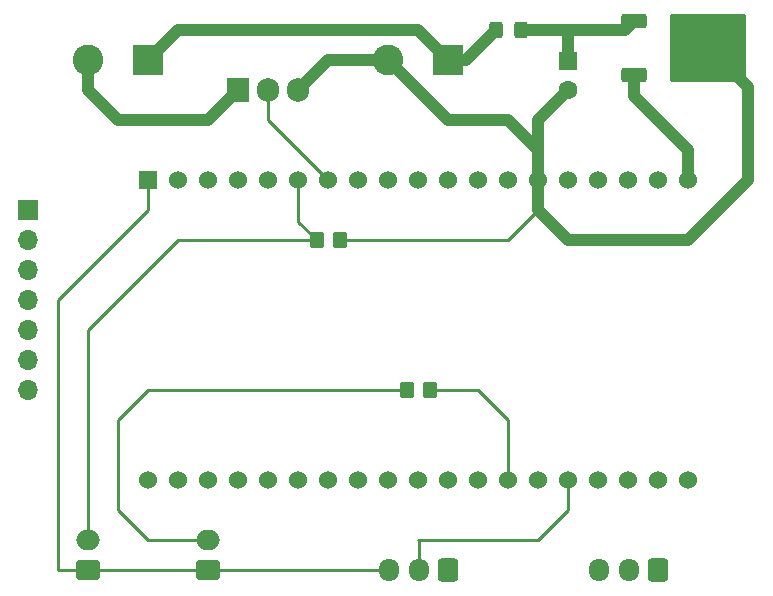
<source format=gbr>
%TF.GenerationSoftware,KiCad,Pcbnew,7.0.10*%
%TF.CreationDate,2024-04-14T18:32:16+10:00*%
%TF.ProjectId,IC Sprayer,49432053-7072-4617-9965-722e6b696361,rev?*%
%TF.SameCoordinates,Original*%
%TF.FileFunction,Copper,L1,Top*%
%TF.FilePolarity,Positive*%
%FSLAX46Y46*%
G04 Gerber Fmt 4.6, Leading zero omitted, Abs format (unit mm)*
G04 Created by KiCad (PCBNEW 7.0.10) date 2024-04-14 18:32:16*
%MOMM*%
%LPD*%
G01*
G04 APERTURE LIST*
G04 Aperture macros list*
%AMRoundRect*
0 Rectangle with rounded corners*
0 $1 Rounding radius*
0 $2 $3 $4 $5 $6 $7 $8 $9 X,Y pos of 4 corners*
0 Add a 4 corners polygon primitive as box body*
4,1,4,$2,$3,$4,$5,$6,$7,$8,$9,$2,$3,0*
0 Add four circle primitives for the rounded corners*
1,1,$1+$1,$2,$3*
1,1,$1+$1,$4,$5*
1,1,$1+$1,$6,$7*
1,1,$1+$1,$8,$9*
0 Add four rect primitives between the rounded corners*
20,1,$1+$1,$2,$3,$4,$5,0*
20,1,$1+$1,$4,$5,$6,$7,0*
20,1,$1+$1,$6,$7,$8,$9,0*
20,1,$1+$1,$8,$9,$2,$3,0*%
G04 Aperture macros list end*
%TA.AperFunction,ComponentPad*%
%ADD10RoundRect,0.250000X0.750000X-0.600000X0.750000X0.600000X-0.750000X0.600000X-0.750000X-0.600000X0*%
%TD*%
%TA.AperFunction,ComponentPad*%
%ADD11O,2.000000X1.700000*%
%TD*%
%TA.AperFunction,SMDPad,CuDef*%
%ADD12RoundRect,0.250000X-0.325000X-0.450000X0.325000X-0.450000X0.325000X0.450000X-0.325000X0.450000X0*%
%TD*%
%TA.AperFunction,SMDPad,CuDef*%
%ADD13RoundRect,0.250000X-0.350000X-0.450000X0.350000X-0.450000X0.350000X0.450000X-0.350000X0.450000X0*%
%TD*%
%TA.AperFunction,ComponentPad*%
%ADD14RoundRect,0.250000X0.600000X0.725000X-0.600000X0.725000X-0.600000X-0.725000X0.600000X-0.725000X0*%
%TD*%
%TA.AperFunction,ComponentPad*%
%ADD15O,1.700000X1.950000*%
%TD*%
%TA.AperFunction,ComponentPad*%
%ADD16R,1.600000X1.600000*%
%TD*%
%TA.AperFunction,ComponentPad*%
%ADD17C,1.600000*%
%TD*%
%TA.AperFunction,SMDPad,CuDef*%
%ADD18RoundRect,0.250000X-0.850000X-0.350000X0.850000X-0.350000X0.850000X0.350000X-0.850000X0.350000X0*%
%TD*%
%TA.AperFunction,SMDPad,CuDef*%
%ADD19RoundRect,0.250000X-1.275000X-1.125000X1.275000X-1.125000X1.275000X1.125000X-1.275000X1.125000X0*%
%TD*%
%TA.AperFunction,SMDPad,CuDef*%
%ADD20RoundRect,0.249997X-2.950003X-2.650003X2.950003X-2.650003X2.950003X2.650003X-2.950003X2.650003X0*%
%TD*%
%TA.AperFunction,ComponentPad*%
%ADD21R,2.600000X2.600000*%
%TD*%
%TA.AperFunction,ComponentPad*%
%ADD22C,2.600000*%
%TD*%
%TA.AperFunction,ComponentPad*%
%ADD23R,1.905000X2.000000*%
%TD*%
%TA.AperFunction,ComponentPad*%
%ADD24O,1.905000X2.000000*%
%TD*%
%TA.AperFunction,ComponentPad*%
%ADD25O,1.700000X1.700000*%
%TD*%
%TA.AperFunction,ComponentPad*%
%ADD26R,1.700000X1.700000*%
%TD*%
%TA.AperFunction,ComponentPad*%
%ADD27C,1.530000*%
%TD*%
%TA.AperFunction,ComponentPad*%
%ADD28R,1.530000X1.530000*%
%TD*%
%TA.AperFunction,Conductor*%
%ADD29C,0.250000*%
%TD*%
%TA.AperFunction,Conductor*%
%ADD30C,1.000000*%
%TD*%
%TA.AperFunction,Conductor*%
%ADD31C,0.000000*%
%TD*%
G04 APERTURE END LIST*
D10*
%TO.P,Temp_IN,1*%
%TO.N,N/C*%
X134620000Y-121880000D03*
D11*
%TO.P,Temp_IN,2*%
X134620000Y-119380000D03*
%TD*%
D12*
%TO.P,Diode,1*%
%TO.N,N/C*%
X169155000Y-76200000D03*
%TO.P,Diode,2*%
X171205000Y-76200000D03*
%TD*%
D13*
%TO.P,50K,1*%
%TO.N,N/C*%
X153940000Y-93980000D03*
%TO.P,50K,2*%
X155940000Y-93980000D03*
%TD*%
D14*
%TO.P,Pot_IN,1*%
%TO.N,N/C*%
X165100000Y-121920000D03*
D15*
%TO.P,Pot_IN,2*%
X162600000Y-121920000D03*
%TO.P,Pot_IN,3*%
X160100000Y-121920000D03*
%TD*%
D16*
%TO.P,REF\u002A\u002A,1*%
%TO.N,N/C*%
X175260000Y-78780000D03*
D17*
%TO.P,REF\u002A\u002A,2*%
X175260000Y-81280000D03*
%TD*%
D14*
%TO.P,RGB_OUT,1*%
%TO.N,N/C*%
X182880000Y-121920000D03*
D15*
%TO.P,RGB_OUT,2*%
X180380000Y-121920000D03*
%TO.P,RGB_OUT,3*%
X177880000Y-121920000D03*
%TD*%
D13*
%TO.P,10K,1*%
%TO.N,N/C*%
X161560000Y-106680000D03*
%TO.P,10K,2*%
X163560000Y-106680000D03*
%TD*%
D18*
%TO.P,5V Reg,1*%
%TO.N,N/C*%
X180795000Y-75445000D03*
D19*
%TO.P,5V Reg,2*%
X185420000Y-76200000D03*
X185420000Y-79250000D03*
D20*
X187095000Y-77725000D03*
D19*
X188770000Y-76200000D03*
X188770000Y-79250000D03*
D18*
%TO.P,5V Reg,3*%
X180795000Y-80005000D03*
%TD*%
D21*
%TO.P,Power_IN,+*%
%TO.N,N/C*%
X165100000Y-78740000D03*
D22*
%TO.P,Power_IN,-*%
X160020000Y-78740000D03*
%TD*%
D23*
%TO.P,Pump_Fet,1*%
%TO.N,N/C*%
X147320000Y-81280000D03*
D24*
%TO.P,Pump_Fet,2*%
X149860000Y-81280000D03*
%TO.P,Pump_Fet,3*%
X152400000Y-81280000D03*
%TD*%
D21*
%TO.P,Pump_Out,+*%
%TO.N,N/C*%
X139700000Y-78740000D03*
D22*
%TO.P,Pump_Out,-*%
X134620000Y-78740000D03*
%TD*%
D10*
%TO.P,Switch_IN,1*%
%TO.N,N/C*%
X144780000Y-121880000D03*
D11*
%TO.P,Switch_IN,2*%
X144780000Y-119380000D03*
%TD*%
D25*
%TO.P,Screen,3V3*%
%TO.N,N/C*%
X129540000Y-93980000D03*
%TO.P,Screen,CS*%
X129540000Y-106680000D03*
%TO.P,Screen,DC*%
X129540000Y-104140000D03*
D26*
%TO.P,Screen,GND*%
X129540000Y-91440000D03*
D25*
%TO.P,Screen,RES*%
X129540000Y-101600000D03*
%TO.P,Screen,SCLK*%
X129540000Y-96520000D03*
%TO.P,Screen,SDA*%
X129540000Y-99060000D03*
%TD*%
D27*
%TO.P,ESP32,0*%
%TO.N,N/C*%
X172720000Y-114300000D03*
%TO.P,ESP32,1*%
X147320000Y-114300000D03*
%TO.P,ESP32,2*%
X175260000Y-114300000D03*
%TO.P,ESP32,3*%
X149860000Y-114300000D03*
D28*
%TO.P,ESP32,3V3*%
X139700000Y-88900000D03*
D27*
%TO.P,ESP32,4*%
X170180000Y-114300000D03*
%TO.P,ESP32,5*%
X162560000Y-114300000D03*
%TO.P,ESP32,5V*%
X185420000Y-88900000D03*
%TO.P,ESP32,6*%
X185420000Y-114300000D03*
%TO.P,ESP32,7*%
X182880000Y-114300000D03*
%TO.P,ESP32,8*%
X180340000Y-114300000D03*
%TO.P,ESP32,9*%
X177800000Y-88900000D03*
%TO.P,ESP32,10*%
X180340000Y-88900000D03*
%TO.P,ESP32,11*%
X182880000Y-88900000D03*
%TO.P,ESP32,12*%
X170180000Y-88900000D03*
%TO.P,ESP32,13*%
X175260000Y-88900000D03*
%TO.P,ESP32,14*%
X167640000Y-88900000D03*
%TO.P,ESP32,15*%
X177800000Y-114300000D03*
%TO.P,ESP32,16*%
X167640000Y-114300000D03*
%TO.P,ESP32,17*%
X165100000Y-114300000D03*
%TO.P,ESP32,18*%
X160020000Y-114300000D03*
%TO.P,ESP32,19*%
X157480000Y-114300000D03*
%TO.P,ESP32,21*%
X152400000Y-114300000D03*
%TO.P,ESP32,22*%
X144780000Y-114300000D03*
%TO.P,ESP32,23*%
X142240000Y-114300000D03*
%TO.P,ESP32,25*%
X160020000Y-88900000D03*
%TO.P,ESP32,26*%
X162560000Y-88900000D03*
%TO.P,ESP32,27*%
X165100000Y-88900000D03*
%TO.P,ESP32,32*%
X154940000Y-88900000D03*
%TO.P,ESP32,33*%
X157480000Y-88900000D03*
%TO.P,ESP32,34*%
X149860000Y-88900000D03*
%TO.P,ESP32,35*%
X152400000Y-88900000D03*
%TO.P,ESP32,36*%
X144780000Y-88900000D03*
%TO.P,ESP32,39*%
X147320000Y-88900000D03*
%TO.P,ESP32,EN*%
X142240000Y-88900000D03*
%TO.P,ESP32,GND*%
X172720000Y-88900000D03*
X154940000Y-114300000D03*
X139700000Y-114300000D03*
%TD*%
D29*
%TO.N,*%
X162600000Y-121920000D02*
X162600000Y-119420000D01*
X154940000Y-88900000D02*
X149860000Y-83820000D01*
D30*
X144780000Y-83820000D02*
X137160000Y-83820000D01*
D29*
X153940000Y-93980000D02*
X152400000Y-92440000D01*
D30*
X190500000Y-88900000D02*
X190500000Y-80980000D01*
X154940000Y-78740000D02*
X160020000Y-78740000D01*
D29*
X172720000Y-119380000D02*
X175260000Y-116840000D01*
X160060000Y-121880000D02*
X160100000Y-121920000D01*
D30*
X142240000Y-76200000D02*
X162560000Y-76200000D01*
X170180000Y-83820000D02*
X172720000Y-86360000D01*
X172720000Y-88900000D02*
X172720000Y-91440000D01*
D31*
X162600000Y-119420000D02*
X162560000Y-119380000D01*
D29*
X167640000Y-106680000D02*
X170180000Y-109220000D01*
X132080000Y-121920000D02*
X134580000Y-121920000D01*
D30*
X160020000Y-78740000D02*
X165100000Y-83820000D01*
X185420000Y-88900000D02*
X185420000Y-86360000D01*
X166615000Y-78740000D02*
X165100000Y-78740000D01*
D29*
X170180000Y-109220000D02*
X170180000Y-114300000D01*
D30*
X172720000Y-83820000D02*
X172720000Y-86360000D01*
D29*
X137160000Y-116840000D02*
X137160000Y-109220000D01*
D30*
X137160000Y-83820000D02*
X134620000Y-81280000D01*
X175260000Y-81280000D02*
X172720000Y-83820000D01*
D29*
X163560000Y-106680000D02*
X167640000Y-106680000D01*
D30*
X169155000Y-76200000D02*
X166615000Y-78740000D01*
X162560000Y-76200000D02*
X165100000Y-78740000D01*
X139700000Y-78740000D02*
X142240000Y-76200000D01*
D29*
X155940000Y-93980000D02*
X170180000Y-93980000D01*
D30*
X190500000Y-80980000D02*
X188770000Y-79250000D01*
X185420000Y-93980000D02*
X190500000Y-88900000D01*
D29*
X134580000Y-121920000D02*
X134620000Y-121880000D01*
X139700000Y-106680000D02*
X137160000Y-109220000D01*
X139700000Y-91440000D02*
X132080000Y-99060000D01*
X134620000Y-101600000D02*
X134620000Y-119380000D01*
X132080000Y-99060000D02*
X132080000Y-121920000D01*
X139700000Y-88900000D02*
X139700000Y-91440000D01*
X149860000Y-83820000D02*
X149860000Y-81280000D01*
D30*
X180795000Y-75445000D02*
X180040000Y-76200000D01*
D29*
X175260000Y-116840000D02*
X175260000Y-114300000D01*
D30*
X172720000Y-86360000D02*
X172720000Y-88900000D01*
X180040000Y-76200000D02*
X175260000Y-76200000D01*
X185420000Y-86360000D02*
X180795000Y-81735000D01*
D29*
X170180000Y-93980000D02*
X172720000Y-91440000D01*
X161560000Y-106680000D02*
X139700000Y-106680000D01*
X162560000Y-119380000D02*
X172720000Y-119380000D01*
X139700000Y-119380000D02*
X137160000Y-116840000D01*
D30*
X180795000Y-81735000D02*
X180795000Y-80005000D01*
D29*
X142240000Y-93980000D02*
X134620000Y-101600000D01*
D30*
X175260000Y-93980000D02*
X185420000Y-93980000D01*
X152400000Y-81280000D02*
X154940000Y-78740000D01*
X165100000Y-83820000D02*
X170180000Y-83820000D01*
D29*
X144780000Y-119380000D02*
X139700000Y-119380000D01*
X153940000Y-93980000D02*
X142240000Y-93980000D01*
X144780000Y-121880000D02*
X160060000Y-121880000D01*
D30*
X147320000Y-81280000D02*
X144780000Y-83820000D01*
X172720000Y-91440000D02*
X175260000Y-93980000D01*
X134620000Y-81280000D02*
X134620000Y-78740000D01*
X175260000Y-78780000D02*
X175260000Y-76200000D01*
D29*
X152400000Y-92440000D02*
X152400000Y-88900000D01*
D30*
X171205000Y-76200000D02*
X175260000Y-76200000D01*
D29*
X134620000Y-121880000D02*
X144780000Y-121880000D01*
%TD*%
M02*

</source>
